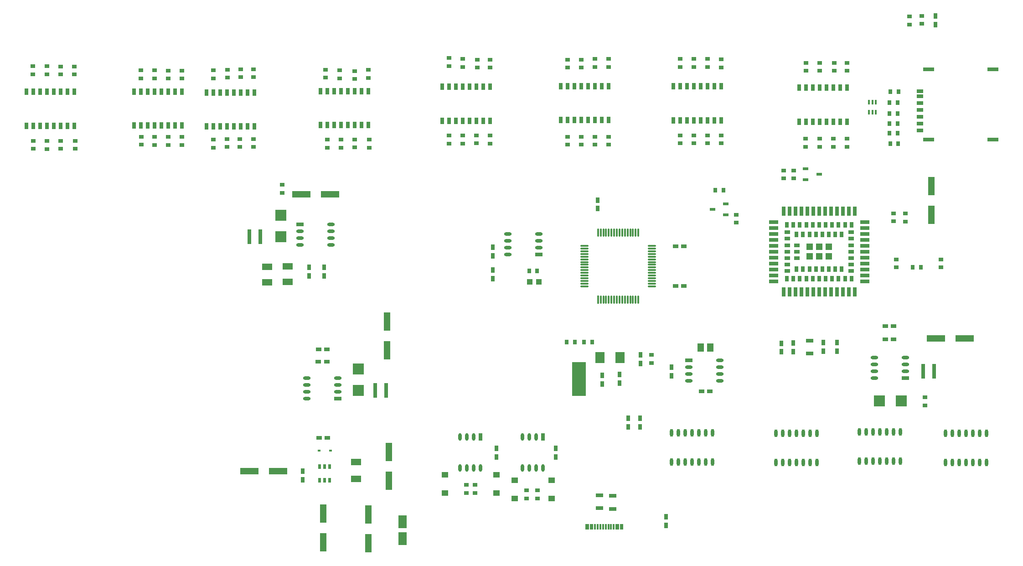
<source format=gtp>
G04*
G04 #@! TF.GenerationSoftware,Altium Limited,Altium Designer,23.10.1 (27)*
G04*
G04 Layer_Color=8421504*
%FSLAX25Y25*%
%MOIN*%
G70*
G04*
G04 #@! TF.SameCoordinates,EE2D7E3A-8854-4FD1-8856-1E75453D7B45*
G04*
G04*
G04 #@! TF.FilePolarity,Positive*
G04*
G01*
G75*
%ADD21R,0.04724X0.04331*%
%ADD22R,0.03000X0.04000*%
%ADD23O,0.01181X0.06299*%
%ADD24R,0.01181X0.06299*%
%ADD25O,0.06299X0.01181*%
%ADD26O,0.05500X0.02500*%
%ADD27R,0.05500X0.02500*%
%ADD28R,0.02756X0.03347*%
%ADD29R,0.04331X0.03937*%
%ADD30R,0.03347X0.02756*%
%ADD31R,0.04000X0.03000*%
%ADD32R,0.05315X0.02559*%
%ADD33R,0.07874X0.07874*%
%ADD34O,0.02362X0.05709*%
%ADD35R,0.06693X0.07874*%
%ADD36R,0.10000X0.25000*%
%ADD37O,0.02500X0.05500*%
%ADD38R,0.02500X0.05500*%
%ADD39R,0.02362X0.03740*%
%ADD40R,0.02323X0.01772*%
%ADD41R,0.03150X0.11024*%
%ADD42R,0.04724X0.13780*%
%ADD43R,0.07284X0.05118*%
%ADD44R,0.13780X0.04724*%
%ADD45R,0.03937X0.02362*%
%ADD46R,0.02756X0.07087*%
%ADD47R,0.07087X0.02756*%
%ADD48R,0.02756X0.03937*%
%ADD49R,0.03937X0.02756*%
%ADD50R,0.05118X0.05118*%
%ADD51R,0.04842X0.02559*%
%ADD52R,0.08268X0.02756*%
%ADD53R,0.03150X0.04724*%
%ADD54R,0.06102X0.09646*%
%ADD55R,0.07284X0.04724*%
%ADD56R,0.07874X0.07874*%
%ADD57R,0.04921X0.05906*%
%ADD58R,0.01181X0.03937*%
%ADD59R,0.01575X0.03347*%
D21*
X431000Y45500D02*
D03*
Y58827D02*
D03*
X458000Y45500D02*
D03*
Y58827D02*
D03*
X417500Y62827D02*
D03*
X380000D02*
D03*
Y49500D02*
D03*
X417500D02*
D03*
D22*
X415000Y222902D02*
D03*
Y229098D02*
D03*
Y212500D02*
D03*
Y206402D02*
D03*
X666500Y153402D02*
D03*
Y159500D02*
D03*
X656500Y153402D02*
D03*
Y159500D02*
D03*
X634500Y159098D02*
D03*
Y152902D02*
D03*
X626000Y159000D02*
D03*
Y152803D02*
D03*
X523000Y150500D02*
D03*
Y144402D02*
D03*
X545500Y135402D02*
D03*
Y141500D02*
D03*
X514000Y97902D02*
D03*
Y104098D02*
D03*
X507500Y136098D02*
D03*
Y130000D02*
D03*
X495000Y135500D02*
D03*
Y129402D02*
D03*
X417500Y76000D02*
D03*
Y82098D02*
D03*
X461000Y76000D02*
D03*
Y82098D02*
D03*
X276000Y59402D02*
D03*
Y65598D02*
D03*
X280500Y214598D02*
D03*
Y208402D02*
D03*
X291500D02*
D03*
Y214598D02*
D03*
X738500Y398098D02*
D03*
Y391902D02*
D03*
X522500Y97902D02*
D03*
Y104098D02*
D03*
X491500Y263598D02*
D03*
Y257500D02*
D03*
X541500Y25902D02*
D03*
Y32098D02*
D03*
D23*
X499717Y190847D02*
D03*
X493811D02*
D03*
X495780D02*
D03*
X497748D02*
D03*
X501685D02*
D03*
X503653D02*
D03*
X505622D02*
D03*
X507590D02*
D03*
X509559D02*
D03*
X511527D02*
D03*
X521370Y240059D02*
D03*
X519402D02*
D03*
X517433D02*
D03*
X515465D02*
D03*
X513496D02*
D03*
X511527D02*
D03*
X509559D02*
D03*
X507590D02*
D03*
X505622D02*
D03*
X503653D02*
D03*
X501685D02*
D03*
X499717D02*
D03*
X497748D02*
D03*
X495780D02*
D03*
X491843D02*
D03*
X515465Y190847D02*
D03*
X519402D02*
D03*
X517433D02*
D03*
X521370D02*
D03*
X493811Y240059D02*
D03*
X513496Y190847D02*
D03*
D24*
X491843D02*
D03*
D25*
X531213Y200689D02*
D03*
Y204626D02*
D03*
Y206594D02*
D03*
Y208563D02*
D03*
Y210531D02*
D03*
Y212500D02*
D03*
Y214469D02*
D03*
Y216437D02*
D03*
Y218406D02*
D03*
Y220374D02*
D03*
Y222342D02*
D03*
Y224311D02*
D03*
Y226279D02*
D03*
Y230217D02*
D03*
X482000D02*
D03*
Y228248D02*
D03*
Y226279D02*
D03*
Y224311D02*
D03*
Y222342D02*
D03*
Y220374D02*
D03*
Y218406D02*
D03*
Y216437D02*
D03*
Y214469D02*
D03*
Y212500D02*
D03*
Y210531D02*
D03*
Y208563D02*
D03*
Y206594D02*
D03*
Y204626D02*
D03*
Y200689D02*
D03*
Y202658D02*
D03*
X531213Y228248D02*
D03*
Y202658D02*
D03*
D26*
X425862Y234000D02*
D03*
Y224000D02*
D03*
Y239000D02*
D03*
X448500Y234000D02*
D03*
X425862Y229000D02*
D03*
X448500D02*
D03*
Y239000D02*
D03*
X716500Y143662D02*
D03*
Y138662D02*
D03*
X693862Y133662D02*
D03*
Y138662D02*
D03*
Y143662D02*
D03*
Y148662D02*
D03*
X716500D02*
D03*
X581000Y136500D02*
D03*
Y146500D02*
D03*
Y131500D02*
D03*
X558362Y136500D02*
D03*
X581000Y141500D02*
D03*
X558362Y131500D02*
D03*
Y141500D02*
D03*
X301500Y128662D02*
D03*
Y123662D02*
D03*
X278862Y118662D02*
D03*
Y123662D02*
D03*
Y128662D02*
D03*
Y133662D02*
D03*
X301500D02*
D03*
X296638Y236000D02*
D03*
Y246000D02*
D03*
Y231000D02*
D03*
X274000Y236000D02*
D03*
Y231000D02*
D03*
X296638Y241000D02*
D03*
X274000D02*
D03*
D27*
X448500Y224000D02*
D03*
X716500Y133662D02*
D03*
X558362Y146500D02*
D03*
X301500Y118662D02*
D03*
X274000Y246000D02*
D03*
D28*
X447405Y212000D02*
D03*
X441500D02*
D03*
X577595Y271000D02*
D03*
X583500D02*
D03*
X705000Y327000D02*
D03*
X710906D02*
D03*
X711000Y335000D02*
D03*
X705094D02*
D03*
X705594Y343000D02*
D03*
X711500D02*
D03*
X705000Y319500D02*
D03*
X710906D02*
D03*
X705000Y312500D02*
D03*
X710906D02*
D03*
X705500Y305000D02*
D03*
X711406D02*
D03*
X469000Y160000D02*
D03*
X487500D02*
D03*
X722000Y214500D02*
D03*
X727906D02*
D03*
X474905Y160000D02*
D03*
X481595D02*
D03*
D29*
X442000Y204000D02*
D03*
X448693D02*
D03*
D30*
X731000Y113594D02*
D03*
Y119500D02*
D03*
X531000Y144595D02*
D03*
Y150500D02*
D03*
X402000Y55500D02*
D03*
Y49595D02*
D03*
X395500Y55500D02*
D03*
Y49595D02*
D03*
X261000Y274905D02*
D03*
Y269000D02*
D03*
X109500Y307000D02*
D03*
Y301095D02*
D03*
X99000Y307000D02*
D03*
Y301095D02*
D03*
X89000Y306906D02*
D03*
Y301000D02*
D03*
X79000Y307000D02*
D03*
Y301095D02*
D03*
X158000Y310000D02*
D03*
Y304095D02*
D03*
X167500Y309906D02*
D03*
Y304000D02*
D03*
X177500Y309906D02*
D03*
Y304000D02*
D03*
X187500Y309906D02*
D03*
Y304000D02*
D03*
X210500Y307906D02*
D03*
Y302000D02*
D03*
X220500Y308405D02*
D03*
Y302500D02*
D03*
X230000Y308405D02*
D03*
Y302500D02*
D03*
X240000Y308405D02*
D03*
Y302500D02*
D03*
X294000Y307906D02*
D03*
Y302000D02*
D03*
X304000Y307906D02*
D03*
Y302000D02*
D03*
X314000Y308000D02*
D03*
Y302095D02*
D03*
X324500Y307906D02*
D03*
Y302000D02*
D03*
X413000Y310906D02*
D03*
Y305000D02*
D03*
X403000Y311000D02*
D03*
Y305095D02*
D03*
X393000Y310906D02*
D03*
Y305000D02*
D03*
X383000Y310906D02*
D03*
Y305000D02*
D03*
X499500Y310000D02*
D03*
Y304095D02*
D03*
X489500Y310000D02*
D03*
Y304095D02*
D03*
X479500Y310000D02*
D03*
Y304095D02*
D03*
X469500Y310000D02*
D03*
Y304095D02*
D03*
X582000Y311000D02*
D03*
Y305095D02*
D03*
X572000Y311000D02*
D03*
Y305095D02*
D03*
X562000Y311000D02*
D03*
Y305095D02*
D03*
X552000Y311000D02*
D03*
Y305095D02*
D03*
X593000Y247094D02*
D03*
Y253000D02*
D03*
X627500Y279500D02*
D03*
Y285405D02*
D03*
X635000Y279500D02*
D03*
Y285405D02*
D03*
X674000Y308500D02*
D03*
Y302594D02*
D03*
X664000Y308500D02*
D03*
Y302594D02*
D03*
X654000Y308500D02*
D03*
Y302594D02*
D03*
X643500Y308500D02*
D03*
Y302594D02*
D03*
X716500Y253906D02*
D03*
Y248000D02*
D03*
X708000Y254000D02*
D03*
Y248095D02*
D03*
X728500Y398406D02*
D03*
Y392500D02*
D03*
X719500Y397905D02*
D03*
Y392000D02*
D03*
X644000Y364000D02*
D03*
Y358095D02*
D03*
X654000Y364000D02*
D03*
Y358095D02*
D03*
X664500Y364000D02*
D03*
Y358095D02*
D03*
X674000Y364000D02*
D03*
Y358095D02*
D03*
X552000Y366905D02*
D03*
Y361000D02*
D03*
X562000Y366905D02*
D03*
Y361000D02*
D03*
X572000Y366905D02*
D03*
Y361000D02*
D03*
X582000Y366500D02*
D03*
Y360595D02*
D03*
X469500Y366406D02*
D03*
Y360500D02*
D03*
X479500Y366406D02*
D03*
Y360500D02*
D03*
X489500Y366905D02*
D03*
Y361000D02*
D03*
X499500Y366905D02*
D03*
Y361000D02*
D03*
X383000Y367500D02*
D03*
Y361595D02*
D03*
X393000Y366905D02*
D03*
Y361000D02*
D03*
X403500Y366406D02*
D03*
Y360500D02*
D03*
X413000Y366406D02*
D03*
Y360500D02*
D03*
X292500Y359000D02*
D03*
Y353095D02*
D03*
X303000Y358500D02*
D03*
Y352594D02*
D03*
X314000Y358000D02*
D03*
Y352095D02*
D03*
X324000Y358906D02*
D03*
Y353000D02*
D03*
X210500Y358500D02*
D03*
Y352594D02*
D03*
X221000Y359000D02*
D03*
Y353095D02*
D03*
X230500Y359405D02*
D03*
Y353500D02*
D03*
X240000Y359405D02*
D03*
Y353500D02*
D03*
X187500Y358405D02*
D03*
Y352500D02*
D03*
X177500Y358405D02*
D03*
Y352500D02*
D03*
X167500Y358500D02*
D03*
Y352594D02*
D03*
X157500Y358500D02*
D03*
Y352594D02*
D03*
X109000Y361405D02*
D03*
Y355500D02*
D03*
X99000Y361405D02*
D03*
Y355500D02*
D03*
X89000Y361500D02*
D03*
Y355594D02*
D03*
X78500Y361500D02*
D03*
Y355594D02*
D03*
X742500Y220406D02*
D03*
X710000D02*
D03*
X447500Y45594D02*
D03*
Y51500D02*
D03*
X439500Y45594D02*
D03*
Y51500D02*
D03*
X710000Y214500D02*
D03*
X742500D02*
D03*
D31*
X708098Y171500D02*
D03*
X701902D02*
D03*
X708098Y162000D02*
D03*
X701902D02*
D03*
X573598Y124000D02*
D03*
X567500D02*
D03*
X287902Y90000D02*
D03*
X294098D02*
D03*
X287402Y145500D02*
D03*
X293598D02*
D03*
X287500Y154500D02*
D03*
X293697D02*
D03*
X554598Y230000D02*
D03*
Y201000D02*
D03*
X548500Y230000D02*
D03*
Y201000D02*
D03*
D32*
X646500Y151551D02*
D03*
Y161000D02*
D03*
X502500Y38000D02*
D03*
Y47449D02*
D03*
X493000Y38500D02*
D03*
Y47949D02*
D03*
D33*
X713500Y117000D02*
D03*
X697752D02*
D03*
D34*
X756000Y93228D02*
D03*
X751000D02*
D03*
X746000D02*
D03*
X776000Y71772D02*
D03*
X771000D02*
D03*
X766000D02*
D03*
X761000Y93228D02*
D03*
Y71772D02*
D03*
X776000Y93228D02*
D03*
X771000D02*
D03*
X766000D02*
D03*
X756000Y71772D02*
D03*
X751000D02*
D03*
X746000D02*
D03*
X632000Y93228D02*
D03*
X627000D02*
D03*
X622000D02*
D03*
X652000Y71772D02*
D03*
X647000D02*
D03*
X642000D02*
D03*
X637000Y93228D02*
D03*
Y71772D02*
D03*
X652000Y93228D02*
D03*
X647000D02*
D03*
X642000D02*
D03*
X632000Y71772D02*
D03*
X627000D02*
D03*
X622000D02*
D03*
X555500Y93728D02*
D03*
X550500D02*
D03*
X545500D02*
D03*
X575500Y72272D02*
D03*
X570500D02*
D03*
X565500D02*
D03*
X560500Y93728D02*
D03*
Y72272D02*
D03*
X575500Y93728D02*
D03*
X570500D02*
D03*
X565500D02*
D03*
X555500Y72272D02*
D03*
X550500D02*
D03*
X545500D02*
D03*
X683072Y72772D02*
D03*
X688071D02*
D03*
X693072D02*
D03*
X703071Y94228D02*
D03*
X708072D02*
D03*
X713071D02*
D03*
X693072D02*
D03*
X688071D02*
D03*
X683072D02*
D03*
X713071Y72772D02*
D03*
X708072D02*
D03*
X703071D02*
D03*
X698071Y94228D02*
D03*
Y72772D02*
D03*
D35*
X508000Y148500D02*
D03*
X493433D02*
D03*
D36*
X477937Y133000D02*
D03*
D37*
X441500Y68000D02*
D03*
Y90638D02*
D03*
X436500D02*
D03*
X446500Y68000D02*
D03*
Y90638D02*
D03*
X451500Y68000D02*
D03*
X436500D02*
D03*
X391000D02*
D03*
X406000D02*
D03*
X401000Y90638D02*
D03*
Y68000D02*
D03*
X391000Y90638D02*
D03*
X396000D02*
D03*
Y68000D02*
D03*
D38*
X451500Y90638D02*
D03*
X406000D02*
D03*
D39*
X295740Y68921D02*
D03*
X292000D02*
D03*
X288260D02*
D03*
X295740Y59079D02*
D03*
X292000D02*
D03*
X288260D02*
D03*
D40*
X287846Y80500D02*
D03*
X296153D02*
D03*
D41*
X329063Y124500D02*
D03*
X336937D02*
D03*
X237063Y237000D02*
D03*
X244937D02*
D03*
X729626Y138500D02*
D03*
X737500D02*
D03*
D42*
X337500Y153988D02*
D03*
Y175011D02*
D03*
X735500Y253000D02*
D03*
Y274023D02*
D03*
X291000Y13489D02*
D03*
Y34512D02*
D03*
X339000Y58489D02*
D03*
Y79512D02*
D03*
X324000Y13000D02*
D03*
Y34023D02*
D03*
D43*
X250000Y203583D02*
D03*
Y215000D02*
D03*
X265000Y203791D02*
D03*
Y215209D02*
D03*
D44*
X274988Y268000D02*
D03*
X296011D02*
D03*
X236989Y65500D02*
D03*
X258012D02*
D03*
X760011Y162500D02*
D03*
X738988D02*
D03*
D45*
X585343Y260937D02*
D03*
Y253063D02*
D03*
X575500Y257000D02*
D03*
X643657Y278563D02*
D03*
Y286437D02*
D03*
X653500Y282500D02*
D03*
D46*
X679559Y255528D02*
D03*
X640583D02*
D03*
X644914Y196472D02*
D03*
X675229D02*
D03*
X679559D02*
D03*
X670898D02*
D03*
X666567D02*
D03*
X662236D02*
D03*
X657906D02*
D03*
X653575D02*
D03*
X649244D02*
D03*
X640583D02*
D03*
X636252D02*
D03*
X631921D02*
D03*
X627591D02*
D03*
Y255528D02*
D03*
X631921D02*
D03*
X636252D02*
D03*
X644914D02*
D03*
X649244D02*
D03*
X653575D02*
D03*
X657906D02*
D03*
X662236D02*
D03*
X666567D02*
D03*
X670898D02*
D03*
X675229D02*
D03*
D47*
X686843Y208677D02*
D03*
Y213008D02*
D03*
Y226000D02*
D03*
Y230331D02*
D03*
X620307Y247654D02*
D03*
X686843Y234661D02*
D03*
Y238992D02*
D03*
Y247654D02*
D03*
Y204346D02*
D03*
X620307D02*
D03*
X686843Y243323D02*
D03*
Y221669D02*
D03*
Y217339D02*
D03*
X620307Y208677D02*
D03*
Y213008D02*
D03*
Y217339D02*
D03*
Y221669D02*
D03*
Y226000D02*
D03*
Y230331D02*
D03*
Y234661D02*
D03*
Y238992D02*
D03*
Y243323D02*
D03*
D48*
X672473Y245685D02*
D03*
X667748D02*
D03*
X663024D02*
D03*
X658299D02*
D03*
X670110Y238598D02*
D03*
Y213402D02*
D03*
X677197Y206315D02*
D03*
X629953D02*
D03*
Y245685D02*
D03*
X677197D02*
D03*
X665386Y213402D02*
D03*
X660662D02*
D03*
X655937D02*
D03*
X651213D02*
D03*
X646488D02*
D03*
X641764D02*
D03*
X637040D02*
D03*
Y238598D02*
D03*
X641764D02*
D03*
X646488D02*
D03*
X651213D02*
D03*
X655937D02*
D03*
X660662D02*
D03*
X665386D02*
D03*
X672473Y206315D02*
D03*
X667748D02*
D03*
X663024D02*
D03*
X658299D02*
D03*
X653575D02*
D03*
X648851D02*
D03*
X644126D02*
D03*
X639402D02*
D03*
X634677D02*
D03*
Y245685D02*
D03*
X639402D02*
D03*
X644126D02*
D03*
X648851D02*
D03*
X653575D02*
D03*
D49*
X677000Y226000D02*
D03*
Y235449D02*
D03*
X637236Y221276D02*
D03*
Y226000D02*
D03*
Y230724D02*
D03*
X677000Y240173D02*
D03*
Y211827D02*
D03*
X630150D02*
D03*
Y240173D02*
D03*
X677000Y230724D02*
D03*
Y221276D02*
D03*
Y216551D02*
D03*
X630150D02*
D03*
Y221276D02*
D03*
Y226000D02*
D03*
Y230724D02*
D03*
Y235449D02*
D03*
D50*
X660662Y229543D02*
D03*
X653575D02*
D03*
X646488D02*
D03*
Y222457D02*
D03*
X653575D02*
D03*
X660662D02*
D03*
D51*
X727142Y343315D02*
D03*
Y314575D02*
D03*
Y319575D02*
D03*
Y324575D02*
D03*
Y329575D02*
D03*
Y334575D02*
D03*
Y339575D02*
D03*
D52*
X733500Y308000D02*
D03*
X780744D02*
D03*
X733500Y359142D02*
D03*
X780744D02*
D03*
D53*
X644000Y321000D02*
D03*
X654000D02*
D03*
X664000D02*
D03*
X674000D02*
D03*
X639000Y345803D02*
D03*
X644000D02*
D03*
X649000D02*
D03*
X654000D02*
D03*
X659000D02*
D03*
X664000D02*
D03*
X669000D02*
D03*
X674000D02*
D03*
X669000Y321000D02*
D03*
X659000D02*
D03*
X649000D02*
D03*
X639000D02*
D03*
X552000Y322000D02*
D03*
X562000D02*
D03*
X572000D02*
D03*
X582000D02*
D03*
X547000Y346803D02*
D03*
X552000D02*
D03*
X557000D02*
D03*
X562000D02*
D03*
X567000D02*
D03*
X572000D02*
D03*
X577000D02*
D03*
X582000D02*
D03*
X577000Y322000D02*
D03*
X567000D02*
D03*
X557000D02*
D03*
X547000D02*
D03*
X469500Y322197D02*
D03*
X479500D02*
D03*
X489500D02*
D03*
X499500D02*
D03*
X469500Y347000D02*
D03*
X479500D02*
D03*
X489500D02*
D03*
X499500D02*
D03*
X494500Y322197D02*
D03*
X484500D02*
D03*
X474500D02*
D03*
X464500D02*
D03*
Y347000D02*
D03*
X474500D02*
D03*
X484500D02*
D03*
X494500D02*
D03*
X383000Y321697D02*
D03*
X393000D02*
D03*
X403000D02*
D03*
X413000D02*
D03*
X383000Y346500D02*
D03*
X393000D02*
D03*
X403000D02*
D03*
X413000D02*
D03*
X408000Y321697D02*
D03*
X398000D02*
D03*
X388000D02*
D03*
X378000D02*
D03*
Y346500D02*
D03*
X388000D02*
D03*
X398000D02*
D03*
X408000D02*
D03*
X294000Y318500D02*
D03*
X304000D02*
D03*
X314000D02*
D03*
X324000D02*
D03*
X294000Y343303D02*
D03*
X304000D02*
D03*
X314000D02*
D03*
X324000D02*
D03*
X319000Y318500D02*
D03*
X309000D02*
D03*
X299000D02*
D03*
X289000D02*
D03*
Y343303D02*
D03*
X299000D02*
D03*
X309000D02*
D03*
X319000D02*
D03*
X210500Y317500D02*
D03*
X220500D02*
D03*
X230500D02*
D03*
X240500D02*
D03*
X210500Y342303D02*
D03*
X220500D02*
D03*
X230500D02*
D03*
X240500D02*
D03*
X235500Y317500D02*
D03*
X225500D02*
D03*
X215500D02*
D03*
X205500D02*
D03*
Y342303D02*
D03*
X215500D02*
D03*
X225500D02*
D03*
X235500D02*
D03*
X157500Y318197D02*
D03*
X167500D02*
D03*
X177500D02*
D03*
X187500D02*
D03*
X152500Y343000D02*
D03*
X157500D02*
D03*
X162500D02*
D03*
X167500D02*
D03*
X172500D02*
D03*
X177500D02*
D03*
X182500D02*
D03*
X187500D02*
D03*
X182500Y318197D02*
D03*
X172500D02*
D03*
X162500D02*
D03*
X152500D02*
D03*
X79000Y318000D02*
D03*
X89000D02*
D03*
X99000D02*
D03*
X109000D02*
D03*
X74000Y342803D02*
D03*
X79000D02*
D03*
X84000D02*
D03*
X89000D02*
D03*
X94000D02*
D03*
X99000D02*
D03*
X104000D02*
D03*
X109000D02*
D03*
X104000Y318000D02*
D03*
X94000D02*
D03*
X84000D02*
D03*
X74000D02*
D03*
D54*
X349000Y28602D02*
D03*
Y16398D02*
D03*
D55*
X315000Y59898D02*
D03*
Y72102D02*
D03*
D56*
X260000Y237000D02*
D03*
Y252748D02*
D03*
X316500Y140248D02*
D03*
Y124500D02*
D03*
D57*
X567055Y156000D02*
D03*
X573945D02*
D03*
D58*
X484492Y24900D02*
D03*
X509689D02*
D03*
X508508D02*
D03*
X483311D02*
D03*
X486461D02*
D03*
X487642D02*
D03*
X489610D02*
D03*
X491579D02*
D03*
X493547D02*
D03*
X495516D02*
D03*
X497484D02*
D03*
X499453D02*
D03*
X501421D02*
D03*
X503390D02*
D03*
X505358D02*
D03*
X506539D02*
D03*
D59*
X692500Y327858D02*
D03*
X695059D02*
D03*
X692500Y335142D02*
D03*
X695059D02*
D03*
X689941Y327858D02*
D03*
Y335142D02*
D03*
M02*

</source>
